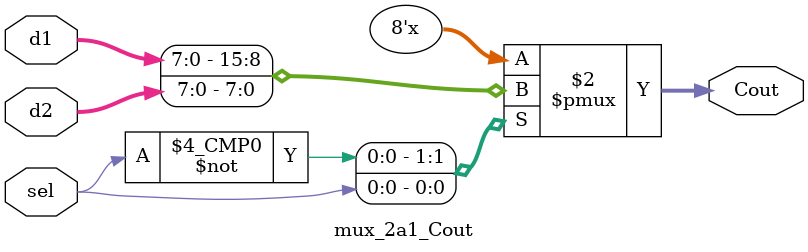
<source format=v>
module mux_2a1_Cout  ( input wire [7:0]d1,                
                       input wire [7:0]d2,                     
                       input wire sel,               
                       output reg [7:0]Cout);         

   always @ (d1 or d2 or sel) begin
      case (sel)
         1'b0 : Cout <= d1;
         1'b1 : Cout <= d2;
      endcase
   end
endmodule

</source>
